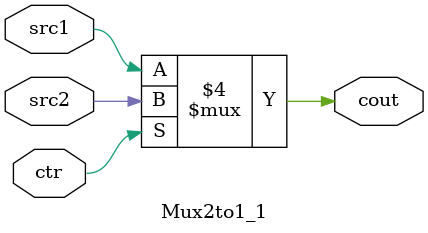
<source format=v>
`timescale 100fs/100fs
module Mux2to1_1(src1,src2,cout,ctr);

input ctr;
input  src1, src2;
output reg  cout;

always @(src1,src2,ctr)
begin
    if (ctr==0)
        cout = src1;
    else
        cout = src2;
end
endmodule
</source>
